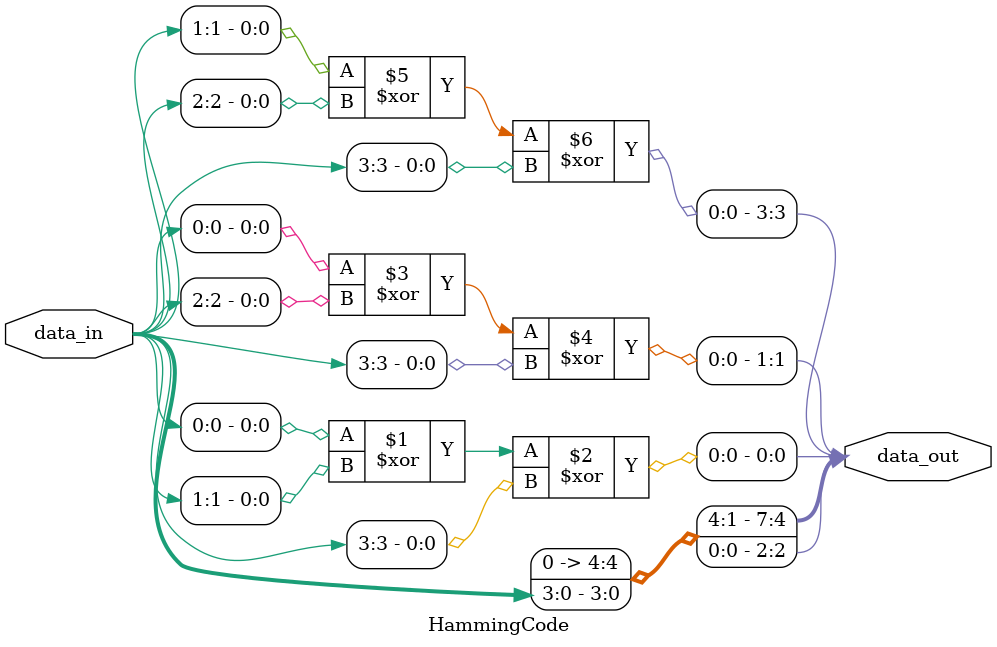
<source format=v>
module HammingCode (
    input  wire [3:0] data_in,
    output wire [7:0] data_out
);

assign data_out = {
    data_in[3],
    data_in[2],
    data_in[1],
    data_in[1] ^ data_in[2] ^ data_in[3],
    data_in[0],
    data_in[0] ^ data_in[2] ^ data_in[3],
    data_in[0] ^ data_in[1] ^ data_in[3]
};
    
endmodule
</source>
